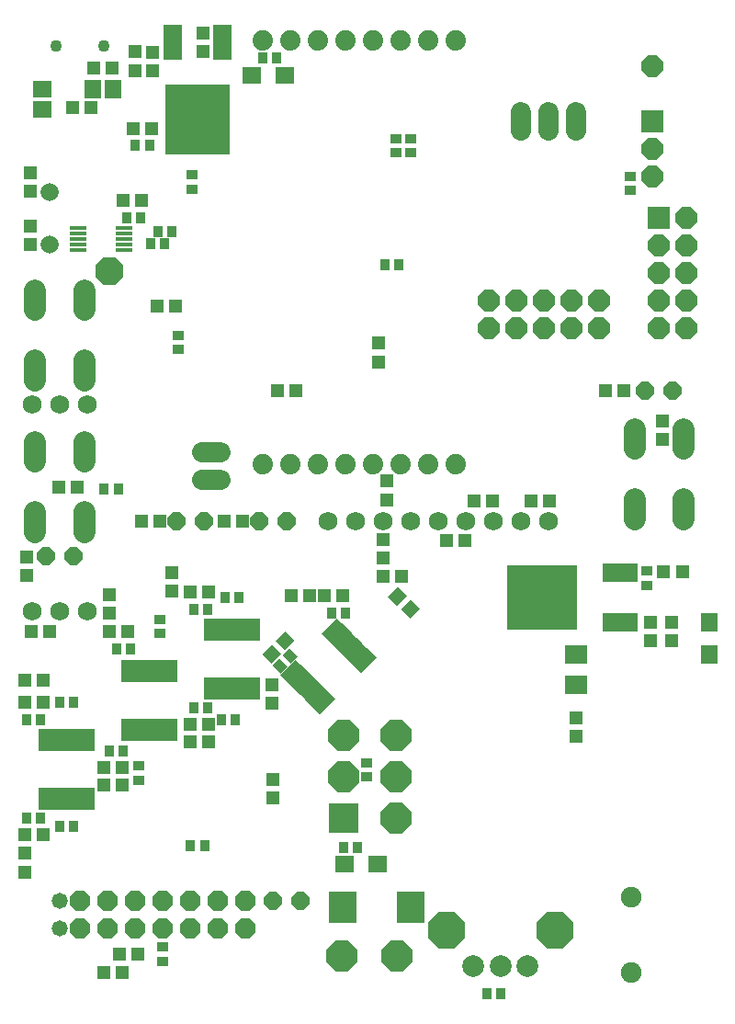
<source format=gbs>
G75*
G70*
%OFA0B0*%
%FSLAX24Y24*%
%IPPOS*%
%LPD*%
%AMOC8*
5,1,8,0,0,1.08239X$1,22.5*
%
%ADD10R,0.0474X0.0513*%
%ADD11R,0.0592X0.0671*%
%ADD12R,0.0513X0.0474*%
%ADD13C,0.0656*%
%ADD14R,0.0671X0.0592*%
%ADD15R,0.0434X0.0356*%
%ADD16R,0.0592X0.0178*%
%ADD17R,0.0800X0.0800*%
%ADD18OC8,0.0800*%
%ADD19C,0.0434*%
%ADD20R,0.0356X0.0434*%
%ADD21OC8,0.0728*%
%ADD22C,0.0580*%
%ADD23C,0.0728*%
%ADD24C,0.0740*%
%ADD25OC8,0.1000*%
%ADD26C,0.0749*%
%ADD27R,0.0710X0.0631*%
%ADD28R,0.0505X0.0493*%
%ADD29R,0.2363X0.2521*%
%ADD30R,0.0710X0.1261*%
%ADD31R,0.0631X0.0710*%
%ADD32R,0.0493X0.0505*%
%ADD33R,0.2521X0.2363*%
%ADD34R,0.1261X0.0710*%
%ADD35R,0.0790X0.0710*%
%ADD36R,0.0257X0.0789*%
%ADD37C,0.0789*%
%ADD38OC8,0.1340*%
%ADD39C,0.0800*%
%ADD40R,0.1110X0.1110*%
%ADD41OC8,0.1110*%
%ADD42R,0.0789X0.0789*%
%ADD43OC8,0.0789*%
%ADD44OC8,0.0656*%
%ADD45C,0.0690*%
%ADD46R,0.1025X0.1182*%
D10*
X011785Y006816D03*
X012348Y007503D03*
X012454Y006816D03*
X013017Y007503D03*
X012454Y013628D03*
X011785Y013628D03*
X014910Y015191D03*
X015579Y015191D03*
X018598Y020503D03*
X019267Y020503D03*
X016829Y023191D03*
X016160Y023191D03*
X013829Y023191D03*
X013160Y023191D03*
X010829Y024441D03*
X010160Y024441D03*
X009829Y019191D03*
X009160Y019191D03*
X008910Y017441D03*
X009579Y017441D03*
X018098Y027941D03*
X018767Y027941D03*
X014392Y031003D03*
X013723Y031003D03*
X009120Y033231D03*
X009120Y033900D03*
X009120Y035168D03*
X009120Y035838D03*
X013557Y039543D03*
X013557Y040213D03*
X015370Y040231D03*
X015370Y040900D03*
X029973Y027941D03*
X030642Y027941D03*
X032057Y026838D03*
X032057Y026168D03*
X027954Y023941D03*
X027285Y023941D03*
X025892Y023941D03*
X025223Y023941D03*
X024892Y022503D03*
X024223Y022503D03*
X022579Y021191D03*
X021910Y021191D03*
G36*
X022459Y020838D02*
X022794Y020503D01*
X022433Y020142D01*
X022098Y020477D01*
X022459Y020838D01*
G37*
G36*
X022932Y020364D02*
X023267Y020029D01*
X022906Y019668D01*
X022571Y020003D01*
X022932Y020364D01*
G37*
X031620Y019525D03*
X031620Y018856D03*
X032370Y018856D03*
X032370Y019525D03*
D11*
X012119Y038878D03*
X011371Y038878D03*
D12*
X011329Y038191D03*
X010660Y038191D03*
X011410Y039628D03*
X012079Y039628D03*
X012848Y037441D03*
X013517Y037441D03*
X013142Y034816D03*
X012473Y034816D03*
X021745Y029650D03*
X021745Y028981D03*
X022057Y024650D03*
X022057Y023981D03*
X021932Y022525D03*
X021932Y021856D03*
X020454Y020503D03*
X019785Y020503D03*
G36*
X018704Y018878D02*
X018343Y018517D01*
X018008Y018852D01*
X018369Y019213D01*
X018704Y018878D01*
G37*
G36*
X018231Y018404D02*
X017870Y018043D01*
X017535Y018378D01*
X017896Y018739D01*
X018231Y018404D01*
G37*
X017870Y017275D03*
X017870Y016606D03*
X015579Y015816D03*
X014910Y015816D03*
X012454Y014253D03*
X011785Y014253D03*
X009579Y016628D03*
X008910Y016628D03*
X011973Y019191D03*
X012642Y019191D03*
X011995Y019856D03*
X011995Y020525D03*
X014245Y020668D03*
X014910Y020628D03*
X015579Y020628D03*
X014245Y021338D03*
X008995Y021231D03*
X008995Y021900D03*
X017932Y013838D03*
X017932Y013168D03*
X009579Y011816D03*
X008910Y011816D03*
X008932Y011150D03*
X008932Y010481D03*
X028912Y015389D03*
X028912Y016058D03*
D13*
X009807Y033241D03*
X009807Y035141D03*
D14*
X009557Y038129D03*
X009557Y038877D03*
D15*
X014995Y035759D03*
X014995Y035247D03*
X014495Y029946D03*
X014495Y029435D03*
X022370Y036560D03*
X022370Y037071D03*
X022932Y037071D03*
X022932Y036560D03*
X030870Y035696D03*
X030870Y035185D03*
X031495Y021384D03*
X031495Y020872D03*
X021307Y014446D03*
X021307Y013935D03*
X013932Y007759D03*
X013932Y007247D03*
X013057Y013810D03*
X013057Y014321D03*
X013807Y019122D03*
X013807Y019634D03*
D16*
X012514Y033047D03*
X012514Y033244D03*
X012514Y033441D03*
X012514Y033637D03*
X012514Y033834D03*
X010850Y033834D03*
X010850Y033637D03*
X010850Y033441D03*
X010850Y033244D03*
X010850Y033047D03*
D17*
X031932Y034191D03*
D18*
X032932Y034191D03*
X032932Y033191D03*
X032932Y032191D03*
X031932Y032191D03*
X031932Y033191D03*
X031932Y031191D03*
X032932Y031191D03*
X032932Y030191D03*
X031932Y030191D03*
X029745Y030191D03*
X029745Y031191D03*
X028745Y031191D03*
X027745Y031191D03*
X026745Y031191D03*
X025745Y031191D03*
X025745Y030191D03*
X026745Y030191D03*
X027745Y030191D03*
X028745Y030191D03*
D19*
X011798Y040441D03*
X010066Y040441D03*
D20*
X012926Y036816D03*
X013438Y036816D03*
X013126Y034191D03*
X012614Y034191D03*
X013739Y033691D03*
X013489Y033253D03*
X014001Y033253D03*
X014251Y033691D03*
X017551Y040003D03*
X018063Y040003D03*
X021989Y032503D03*
X022501Y032503D03*
X012313Y024378D03*
X011801Y024378D03*
X015051Y020003D03*
X015563Y020003D03*
X016176Y020441D03*
X016688Y020441D03*
G36*
X018830Y018282D02*
X018578Y018030D01*
X018272Y018336D01*
X018524Y018588D01*
X018830Y018282D01*
G37*
G36*
X018468Y017920D02*
X018216Y017668D01*
X017910Y017974D01*
X018162Y018226D01*
X018468Y017920D01*
G37*
X020051Y019878D03*
X020563Y019878D03*
X016563Y016003D03*
X016051Y016003D03*
X015563Y016441D03*
X015051Y016441D03*
X012501Y014878D03*
X011989Y014878D03*
X010688Y016628D03*
X010176Y016628D03*
X009501Y016003D03*
X008989Y016003D03*
X012239Y018566D03*
X012751Y018566D03*
X010688Y012128D03*
X010176Y012128D03*
X009501Y012441D03*
X008989Y012441D03*
X014926Y011441D03*
X015438Y011441D03*
X020489Y011378D03*
X021001Y011378D03*
X025676Y006066D03*
X026188Y006066D03*
D21*
X016932Y008441D03*
X016932Y009441D03*
X015932Y009441D03*
X014932Y009441D03*
X013932Y009441D03*
X012932Y009441D03*
X011932Y009441D03*
X011932Y008441D03*
X012932Y008441D03*
X013932Y008441D03*
X014932Y008441D03*
X015932Y008441D03*
X010932Y008441D03*
X010932Y009441D03*
D22*
X010182Y008441D03*
X010182Y009441D03*
D23*
X015358Y024691D02*
X016006Y024691D01*
X016006Y025691D02*
X015358Y025691D01*
X026932Y037367D02*
X026932Y038015D01*
X027932Y038015D02*
X027932Y037367D01*
X028932Y037367D02*
X028932Y038015D01*
D24*
X024552Y040618D03*
X023552Y040618D03*
X022552Y040618D03*
X021552Y040618D03*
X020552Y040618D03*
X019552Y040618D03*
X018552Y040618D03*
X017552Y040618D03*
X017552Y025263D03*
X018552Y025263D03*
X019552Y025263D03*
X020552Y025263D03*
X021552Y025263D03*
X022552Y025263D03*
X023552Y025263D03*
X024552Y025263D03*
D25*
X011995Y032253D03*
D26*
X030932Y009574D03*
X030932Y006819D03*
D27*
X021710Y010753D03*
X020529Y010753D03*
X018335Y039378D03*
X017154Y039378D03*
D28*
X012932Y039534D03*
X012932Y040223D03*
D29*
X015182Y037754D03*
D30*
X014285Y040580D03*
X016080Y040580D03*
D31*
X033745Y019531D03*
X033745Y018350D03*
D32*
X032777Y021378D03*
X032088Y021378D03*
D33*
X027683Y020441D03*
D34*
X030509Y021338D03*
X030509Y019543D03*
D35*
X028932Y018375D03*
X028932Y017256D03*
D36*
G36*
X021112Y017702D02*
X020931Y017883D01*
X021488Y018440D01*
X021669Y018259D01*
X021112Y017702D01*
G37*
G36*
X020935Y017878D02*
X020754Y018059D01*
X021311Y018616D01*
X021492Y018435D01*
X020935Y017878D01*
G37*
G36*
X020758Y018055D02*
X020577Y018236D01*
X021134Y018793D01*
X021315Y018612D01*
X020758Y018055D01*
G37*
G36*
X020581Y018232D02*
X020400Y018413D01*
X020957Y018970D01*
X021138Y018789D01*
X020581Y018232D01*
G37*
G36*
X020405Y018409D02*
X020224Y018590D01*
X020781Y019147D01*
X020962Y018966D01*
X020405Y018409D01*
G37*
G36*
X020228Y018586D02*
X020047Y018767D01*
X020604Y019324D01*
X020785Y019143D01*
X020228Y018586D01*
G37*
G36*
X020051Y018762D02*
X019870Y018943D01*
X020427Y019500D01*
X020608Y019319D01*
X020051Y018762D01*
G37*
G36*
X019874Y018939D02*
X019693Y019120D01*
X020250Y019677D01*
X020431Y019496D01*
X019874Y018939D01*
G37*
G36*
X018377Y017441D02*
X018196Y017622D01*
X018753Y018179D01*
X018934Y017998D01*
X018377Y017441D01*
G37*
G36*
X018553Y017265D02*
X018372Y017446D01*
X018929Y018003D01*
X019110Y017822D01*
X018553Y017265D01*
G37*
G36*
X018730Y017088D02*
X018549Y017269D01*
X019106Y017826D01*
X019287Y017645D01*
X018730Y017088D01*
G37*
G36*
X018907Y016911D02*
X018726Y017092D01*
X019283Y017649D01*
X019464Y017468D01*
X018907Y016911D01*
G37*
G36*
X019084Y016734D02*
X018903Y016915D01*
X019460Y017472D01*
X019641Y017291D01*
X019084Y016734D01*
G37*
G36*
X019261Y016557D02*
X019080Y016738D01*
X019637Y017295D01*
X019818Y017114D01*
X019261Y016557D01*
G37*
G36*
X019437Y016381D02*
X019256Y016562D01*
X019813Y017119D01*
X019994Y016938D01*
X019437Y016381D01*
G37*
G36*
X019614Y016204D02*
X019433Y016385D01*
X019990Y016942D01*
X020171Y016761D01*
X019614Y016204D01*
G37*
X017307Y017131D03*
X017057Y017131D03*
X016807Y017131D03*
X016557Y017131D03*
X016307Y017131D03*
X016057Y017131D03*
X015807Y017131D03*
X015557Y017131D03*
X014307Y017750D03*
X014057Y017750D03*
X013807Y017750D03*
X013557Y017750D03*
X013307Y017750D03*
X013057Y017750D03*
X012807Y017750D03*
X012557Y017750D03*
X012557Y015631D03*
X012807Y015631D03*
X013057Y015631D03*
X013307Y015631D03*
X013557Y015631D03*
X013807Y015631D03*
X014057Y015631D03*
X014307Y015631D03*
X011307Y015250D03*
X011057Y015250D03*
X010807Y015250D03*
X010557Y015250D03*
X010307Y015250D03*
X010057Y015250D03*
X009807Y015250D03*
X009557Y015250D03*
X009557Y013131D03*
X009807Y013131D03*
X010057Y013131D03*
X010307Y013131D03*
X010557Y013131D03*
X010807Y013131D03*
X011057Y013131D03*
X011307Y013131D03*
X015557Y019250D03*
X015807Y019250D03*
X016057Y019250D03*
X016307Y019250D03*
X016557Y019250D03*
X016807Y019250D03*
X017057Y019250D03*
X017307Y019250D03*
D37*
X025198Y007066D03*
X026182Y007066D03*
X027166Y007066D03*
D38*
X028151Y008365D03*
X024214Y008365D03*
D39*
X011072Y022801D02*
X011072Y023521D01*
X011072Y025361D02*
X011072Y026081D01*
X009292Y026081D02*
X009292Y025361D01*
X009292Y023521D02*
X009292Y022801D01*
X009292Y028301D02*
X009292Y029021D01*
X011072Y029021D02*
X011072Y028301D01*
X011072Y030861D02*
X011072Y031581D01*
X009292Y031581D02*
X009292Y030861D01*
X031042Y026547D02*
X031042Y025827D01*
X031042Y023987D02*
X031042Y023267D01*
X032822Y023267D02*
X032822Y023987D01*
X032822Y025827D02*
X032822Y026547D01*
D40*
X020481Y012441D03*
D41*
X020481Y013941D03*
X020481Y015441D03*
X022383Y015441D03*
X022383Y013941D03*
X022383Y012441D03*
X022432Y007441D03*
X020432Y007441D03*
D42*
X031682Y037691D03*
D43*
X031682Y036691D03*
X031682Y035691D03*
X031682Y039691D03*
D44*
X031432Y027941D03*
X032432Y027941D03*
X018432Y023191D03*
X017432Y023191D03*
X015432Y023191D03*
X014432Y023191D03*
X010682Y021941D03*
X009682Y021941D03*
X017932Y009441D03*
X018932Y009441D03*
D45*
X011182Y019941D03*
X010182Y019941D03*
X009182Y019941D03*
X009182Y027441D03*
X010182Y027441D03*
X011182Y027441D03*
X019932Y023191D03*
X020932Y023191D03*
X021932Y023191D03*
X022932Y023191D03*
X023932Y023191D03*
X024932Y023191D03*
X025932Y023191D03*
X026932Y023191D03*
X027932Y023191D03*
D46*
X022922Y009191D03*
X020442Y009191D03*
M02*

</source>
